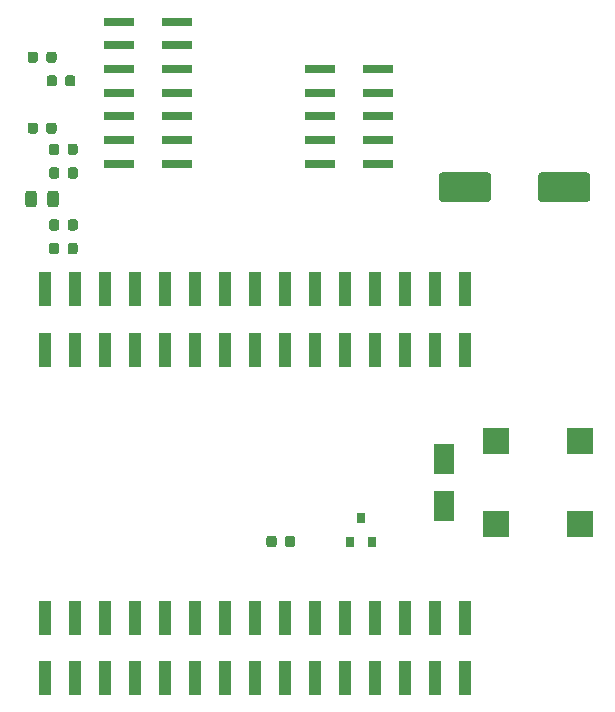
<source format=gtp>
%TF.GenerationSoftware,KiCad,Pcbnew,(5.1.6)-1*%
%TF.CreationDate,2023-06-16T12:25:10-07:00*%
%TF.ProjectId,ID-12 Board,49442d31-3220-4426-9f61-72642e6b6963,rev?*%
%TF.SameCoordinates,Original*%
%TF.FileFunction,Paste,Top*%
%TF.FilePolarity,Positive*%
%FSLAX46Y46*%
G04 Gerber Fmt 4.6, Leading zero omitted, Abs format (unit mm)*
G04 Created by KiCad (PCBNEW (5.1.6)-1) date 2023-06-16 12:25:10*
%MOMM*%
%LPD*%
G01*
G04 APERTURE LIST*
%ADD10R,2.650000X0.800000*%
%ADD11R,1.020000X2.900000*%
%ADD12R,0.800000X0.900000*%
%ADD13R,1.800000X2.500000*%
%ADD14R,2.300000X2.300000*%
G04 APERTURE END LIST*
D10*
X43450000Y-34000000D03*
X38550000Y-34000000D03*
X43450000Y-32000000D03*
X38550000Y-32000000D03*
X43450000Y-30000000D03*
X38550000Y-30000000D03*
X43450000Y-28000000D03*
X38550000Y-28000000D03*
X43450000Y-26000000D03*
X38550000Y-26000000D03*
X43450000Y-24000000D03*
X38550000Y-24000000D03*
X43450000Y-22000000D03*
X38550000Y-22000000D03*
D11*
X67785000Y-44650000D03*
X67785000Y-49750000D03*
X65245000Y-44650000D03*
X65245000Y-49750000D03*
X62705000Y-44650000D03*
X62705000Y-49750000D03*
X60165000Y-44650000D03*
X60165000Y-49750000D03*
X57625000Y-44650000D03*
X57625000Y-49750000D03*
X55085000Y-44650000D03*
X55085000Y-49750000D03*
X52545000Y-44650000D03*
X52545000Y-49750000D03*
X50005000Y-44650000D03*
X50005000Y-49750000D03*
X47465000Y-44650000D03*
X47465000Y-49750000D03*
X44925000Y-44650000D03*
X44925000Y-49750000D03*
X42385000Y-44650000D03*
X42385000Y-49750000D03*
X39845000Y-44650000D03*
X39845000Y-49750000D03*
X37305000Y-44650000D03*
X37305000Y-49750000D03*
X34765000Y-44650000D03*
X34765000Y-49750000D03*
X32225000Y-44650000D03*
X32225000Y-49750000D03*
X67785000Y-72450000D03*
X67785000Y-77550000D03*
X65245000Y-72450000D03*
X65245000Y-77550000D03*
X62705000Y-72450000D03*
X62705000Y-77550000D03*
X60165000Y-72450000D03*
X60165000Y-77550000D03*
X57625000Y-72450000D03*
X57625000Y-77550000D03*
X55085000Y-72450000D03*
X55085000Y-77550000D03*
X52545000Y-72450000D03*
X52545000Y-77550000D03*
X50005000Y-72450000D03*
X50005000Y-77550000D03*
X47465000Y-72450000D03*
X47465000Y-77550000D03*
X44925000Y-72450000D03*
X44925000Y-77550000D03*
X42385000Y-72450000D03*
X42385000Y-77550000D03*
X39845000Y-72450000D03*
X39845000Y-77550000D03*
X37305000Y-72450000D03*
X37305000Y-77550000D03*
X34765000Y-72450000D03*
X34765000Y-77550000D03*
X32225000Y-72450000D03*
X32225000Y-77550000D03*
D10*
X60400000Y-34000000D03*
X55550000Y-34000000D03*
X60400000Y-32000000D03*
X55550000Y-32000000D03*
X60400000Y-30000000D03*
X55550000Y-30000000D03*
X60400000Y-28000000D03*
X55550000Y-28000000D03*
X60400000Y-26000000D03*
X55550000Y-26000000D03*
G36*
G01*
X52562500Y-66256250D02*
X52562500Y-65743750D01*
G75*
G02*
X52781250Y-65525000I218750J0D01*
G01*
X53218750Y-65525000D01*
G75*
G02*
X53437500Y-65743750I0J-218750D01*
G01*
X53437500Y-66256250D01*
G75*
G02*
X53218750Y-66475000I-218750J0D01*
G01*
X52781250Y-66475000D01*
G75*
G02*
X52562500Y-66256250I0J218750D01*
G01*
G37*
G36*
G01*
X50987500Y-66256250D02*
X50987500Y-65743750D01*
G75*
G02*
X51206250Y-65525000I218750J0D01*
G01*
X51643750Y-65525000D01*
G75*
G02*
X51862500Y-65743750I0J-218750D01*
G01*
X51862500Y-66256250D01*
G75*
G02*
X51643750Y-66475000I-218750J0D01*
G01*
X51206250Y-66475000D01*
G75*
G02*
X50987500Y-66256250I0J218750D01*
G01*
G37*
G36*
G01*
X33450000Y-40943750D02*
X33450000Y-41456250D01*
G75*
G02*
X33231250Y-41675000I-218750J0D01*
G01*
X32793750Y-41675000D01*
G75*
G02*
X32575000Y-41456250I0J218750D01*
G01*
X32575000Y-40943750D01*
G75*
G02*
X32793750Y-40725000I218750J0D01*
G01*
X33231250Y-40725000D01*
G75*
G02*
X33450000Y-40943750I0J-218750D01*
G01*
G37*
G36*
G01*
X35025000Y-40943750D02*
X35025000Y-41456250D01*
G75*
G02*
X34806250Y-41675000I-218750J0D01*
G01*
X34368750Y-41675000D01*
G75*
G02*
X34150000Y-41456250I0J218750D01*
G01*
X34150000Y-40943750D01*
G75*
G02*
X34368750Y-40725000I218750J0D01*
G01*
X34806250Y-40725000D01*
G75*
G02*
X35025000Y-40943750I0J-218750D01*
G01*
G37*
G36*
G01*
X33450000Y-38943750D02*
X33450000Y-39456250D01*
G75*
G02*
X33231250Y-39675000I-218750J0D01*
G01*
X32793750Y-39675000D01*
G75*
G02*
X32575000Y-39456250I0J218750D01*
G01*
X32575000Y-38943750D01*
G75*
G02*
X32793750Y-38725000I218750J0D01*
G01*
X33231250Y-38725000D01*
G75*
G02*
X33450000Y-38943750I0J-218750D01*
G01*
G37*
G36*
G01*
X35025000Y-38943750D02*
X35025000Y-39456250D01*
G75*
G02*
X34806250Y-39675000I-218750J0D01*
G01*
X34368750Y-39675000D01*
G75*
G02*
X34150000Y-39456250I0J218750D01*
G01*
X34150000Y-38943750D01*
G75*
G02*
X34368750Y-38725000I218750J0D01*
G01*
X34806250Y-38725000D01*
G75*
G02*
X35025000Y-38943750I0J-218750D01*
G01*
G37*
G36*
G01*
X33450000Y-34543750D02*
X33450000Y-35056250D01*
G75*
G02*
X33231250Y-35275000I-218750J0D01*
G01*
X32793750Y-35275000D01*
G75*
G02*
X32575000Y-35056250I0J218750D01*
G01*
X32575000Y-34543750D01*
G75*
G02*
X32793750Y-34325000I218750J0D01*
G01*
X33231250Y-34325000D01*
G75*
G02*
X33450000Y-34543750I0J-218750D01*
G01*
G37*
G36*
G01*
X35025000Y-34543750D02*
X35025000Y-35056250D01*
G75*
G02*
X34806250Y-35275000I-218750J0D01*
G01*
X34368750Y-35275000D01*
G75*
G02*
X34150000Y-35056250I0J218750D01*
G01*
X34150000Y-34543750D01*
G75*
G02*
X34368750Y-34325000I218750J0D01*
G01*
X34806250Y-34325000D01*
G75*
G02*
X35025000Y-34543750I0J-218750D01*
G01*
G37*
G36*
G01*
X33450000Y-32543750D02*
X33450000Y-33056250D01*
G75*
G02*
X33231250Y-33275000I-218750J0D01*
G01*
X32793750Y-33275000D01*
G75*
G02*
X32575000Y-33056250I0J218750D01*
G01*
X32575000Y-32543750D01*
G75*
G02*
X32793750Y-32325000I218750J0D01*
G01*
X33231250Y-32325000D01*
G75*
G02*
X33450000Y-32543750I0J-218750D01*
G01*
G37*
G36*
G01*
X35025000Y-32543750D02*
X35025000Y-33056250D01*
G75*
G02*
X34806250Y-33275000I-218750J0D01*
G01*
X34368750Y-33275000D01*
G75*
G02*
X34150000Y-33056250I0J218750D01*
G01*
X34150000Y-32543750D01*
G75*
G02*
X34368750Y-32325000I218750J0D01*
G01*
X34806250Y-32325000D01*
G75*
G02*
X35025000Y-32543750I0J-218750D01*
G01*
G37*
G36*
G01*
X33250000Y-26743750D02*
X33250000Y-27256250D01*
G75*
G02*
X33031250Y-27475000I-218750J0D01*
G01*
X32593750Y-27475000D01*
G75*
G02*
X32375000Y-27256250I0J218750D01*
G01*
X32375000Y-26743750D01*
G75*
G02*
X32593750Y-26525000I218750J0D01*
G01*
X33031250Y-26525000D01*
G75*
G02*
X33250000Y-26743750I0J-218750D01*
G01*
G37*
G36*
G01*
X34825000Y-26743750D02*
X34825000Y-27256250D01*
G75*
G02*
X34606250Y-27475000I-218750J0D01*
G01*
X34168750Y-27475000D01*
G75*
G02*
X33950000Y-27256250I0J218750D01*
G01*
X33950000Y-26743750D01*
G75*
G02*
X34168750Y-26525000I218750J0D01*
G01*
X34606250Y-26525000D01*
G75*
G02*
X34825000Y-26743750I0J-218750D01*
G01*
G37*
D12*
X59000000Y-64000000D03*
X59950000Y-66000000D03*
X58050000Y-66000000D03*
D13*
X66000000Y-63000000D03*
X66000000Y-59000000D03*
G36*
G01*
X32450000Y-37456250D02*
X32450000Y-36543750D01*
G75*
G02*
X32693750Y-36300000I243750J0D01*
G01*
X33181250Y-36300000D01*
G75*
G02*
X33425000Y-36543750I0J-243750D01*
G01*
X33425000Y-37456250D01*
G75*
G02*
X33181250Y-37700000I-243750J0D01*
G01*
X32693750Y-37700000D01*
G75*
G02*
X32450000Y-37456250I0J243750D01*
G01*
G37*
G36*
G01*
X30575000Y-37456250D02*
X30575000Y-36543750D01*
G75*
G02*
X30818750Y-36300000I243750J0D01*
G01*
X31306250Y-36300000D01*
G75*
G02*
X31550000Y-36543750I0J-243750D01*
G01*
X31550000Y-37456250D01*
G75*
G02*
X31306250Y-37700000I-243750J0D01*
G01*
X30818750Y-37700000D01*
G75*
G02*
X30575000Y-37456250I0J243750D01*
G01*
G37*
G36*
G01*
X32350000Y-31256250D02*
X32350000Y-30743750D01*
G75*
G02*
X32568750Y-30525000I218750J0D01*
G01*
X33006250Y-30525000D01*
G75*
G02*
X33225000Y-30743750I0J-218750D01*
G01*
X33225000Y-31256250D01*
G75*
G02*
X33006250Y-31475000I-218750J0D01*
G01*
X32568750Y-31475000D01*
G75*
G02*
X32350000Y-31256250I0J218750D01*
G01*
G37*
G36*
G01*
X30775000Y-31256250D02*
X30775000Y-30743750D01*
G75*
G02*
X30993750Y-30525000I218750J0D01*
G01*
X31431250Y-30525000D01*
G75*
G02*
X31650000Y-30743750I0J-218750D01*
G01*
X31650000Y-31256250D01*
G75*
G02*
X31431250Y-31475000I-218750J0D01*
G01*
X30993750Y-31475000D01*
G75*
G02*
X30775000Y-31256250I0J218750D01*
G01*
G37*
G36*
G01*
X32350000Y-25256250D02*
X32350000Y-24743750D01*
G75*
G02*
X32568750Y-24525000I218750J0D01*
G01*
X33006250Y-24525000D01*
G75*
G02*
X33225000Y-24743750I0J-218750D01*
G01*
X33225000Y-25256250D01*
G75*
G02*
X33006250Y-25475000I-218750J0D01*
G01*
X32568750Y-25475000D01*
G75*
G02*
X32350000Y-25256250I0J218750D01*
G01*
G37*
G36*
G01*
X30775000Y-25256250D02*
X30775000Y-24743750D01*
G75*
G02*
X30993750Y-24525000I218750J0D01*
G01*
X31431250Y-24525000D01*
G75*
G02*
X31650000Y-24743750I0J-218750D01*
G01*
X31650000Y-25256250D01*
G75*
G02*
X31431250Y-25475000I-218750J0D01*
G01*
X30993750Y-25475000D01*
G75*
G02*
X30775000Y-25256250I0J218750D01*
G01*
G37*
G36*
G01*
X74000000Y-37000000D02*
X74000000Y-35000000D01*
G75*
G02*
X74250000Y-34750000I250000J0D01*
G01*
X78150000Y-34750000D01*
G75*
G02*
X78400000Y-35000000I0J-250000D01*
G01*
X78400000Y-37000000D01*
G75*
G02*
X78150000Y-37250000I-250000J0D01*
G01*
X74250000Y-37250000D01*
G75*
G02*
X74000000Y-37000000I0J250000D01*
G01*
G37*
G36*
G01*
X65600000Y-37000000D02*
X65600000Y-35000000D01*
G75*
G02*
X65850000Y-34750000I250000J0D01*
G01*
X69750000Y-34750000D01*
G75*
G02*
X70000000Y-35000000I0J-250000D01*
G01*
X70000000Y-37000000D01*
G75*
G02*
X69750000Y-37250000I-250000J0D01*
G01*
X65850000Y-37250000D01*
G75*
G02*
X65600000Y-37000000I0J250000D01*
G01*
G37*
D14*
X70450000Y-64550000D03*
X77550000Y-64550000D03*
X77550000Y-57450000D03*
X70450000Y-57450000D03*
M02*

</source>
